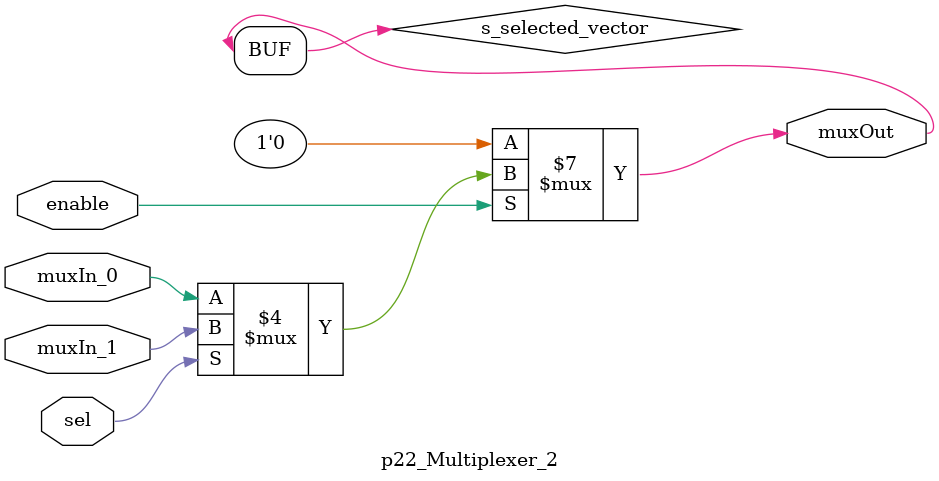
<source format=v>
/******************************************************************************
 ** Logisim-evolution goes FPGA automatic generated Verilog code             **
 ** https://github.com/logisim-evolution/                                    **
 **                                                                          **
 ** Component : Multiplexer_2                                                **
 **                                                                          **
 *****************************************************************************/

module p22_Multiplexer_2( enable,
                      muxIn_0,
                      muxIn_1,
                      muxOut,
                      sel );

   /*******************************************************************************
   ** The inputs are defined here                                                **
   *******************************************************************************/
   input enable;
   input muxIn_0;
   input muxIn_1;
   input sel;

   /*******************************************************************************
   ** The outputs are defined here                                               **
   *******************************************************************************/
   output muxOut;

   /*******************************************************************************
   ** The module functionality is described here                                 **
   *******************************************************************************/
   reg s_selected_vector;
   assign muxOut = s_selected_vector;

   always @(*)
   begin
      if (~enable) s_selected_vector <= 0;
      else case (sel)
         1'b0:
            s_selected_vector <= muxIn_0;
        default:
           s_selected_vector <= muxIn_1;
      endcase
   end

endmodule

</source>
